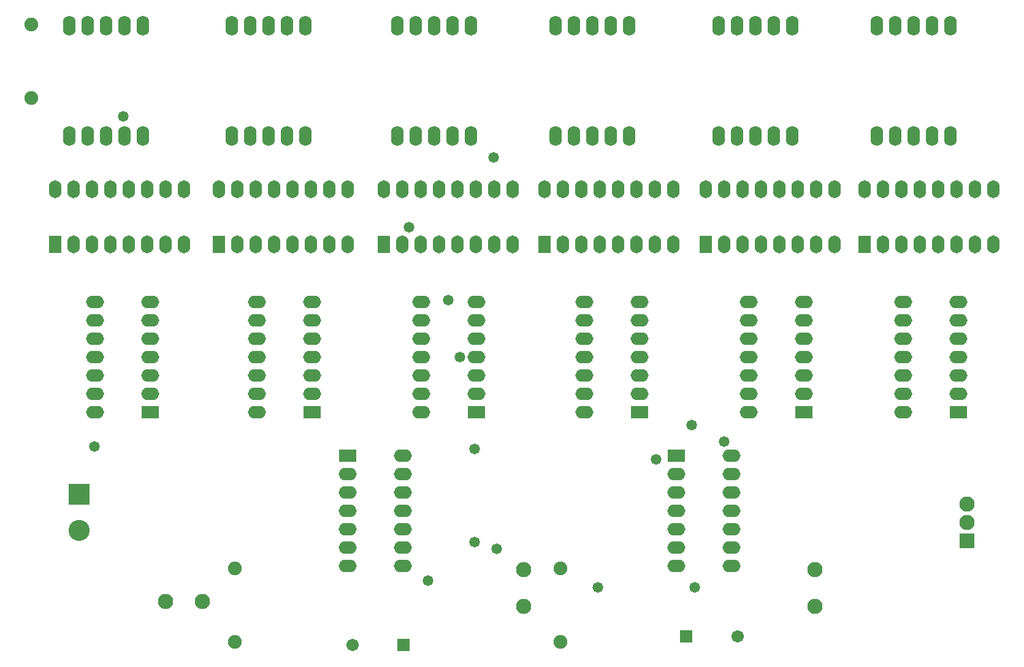
<source format=gts>
G04*
G04 #@! TF.GenerationSoftware,Altium Limited,Altium Designer,21.0.8 (223)*
G04*
G04 Layer_Color=8388736*
%FSTAX24Y24*%
%MOIN*%
G70*
G04*
G04 #@! TF.SameCoordinates,7D2A80BF-F15A-477C-97BA-D51E596D6298*
G04*
G04*
G04 #@! TF.FilePolarity,Negative*
G04*
G01*
G75*
%ADD17C,0.0671*%
%ADD18R,0.0671X0.0671*%
%ADD19R,0.0980X0.0680*%
%ADD20O,0.0980X0.0680*%
%ADD21O,0.0680X0.1080*%
%ADD22C,0.0750*%
%ADD23C,0.0830*%
%ADD24R,0.0830X0.0830*%
%ADD25R,0.0680X0.0980*%
%ADD26O,0.0680X0.0980*%
%ADD27R,0.1150X0.1150*%
%ADD28C,0.1150*%
%ADD29C,0.0580*%
D17*
X028552Y01305D02*
D03*
X049498Y0135D02*
D03*
D18*
X031348Y01305D02*
D03*
X046702Y0135D02*
D03*
D19*
X04615Y02335D02*
D03*
X0615Y0257D02*
D03*
X0283Y02335D02*
D03*
X0531Y0257D02*
D03*
X04415D02*
D03*
X0353D02*
D03*
X01755D02*
D03*
X02635D02*
D03*
D20*
X04615Y02235D02*
D03*
Y02135D02*
D03*
Y02035D02*
D03*
Y01935D02*
D03*
Y01835D02*
D03*
Y01735D02*
D03*
X04915Y02335D02*
D03*
Y02235D02*
D03*
Y02135D02*
D03*
Y02035D02*
D03*
Y01935D02*
D03*
Y01835D02*
D03*
Y01735D02*
D03*
X0585Y0317D02*
D03*
Y0307D02*
D03*
Y0297D02*
D03*
Y0287D02*
D03*
Y0277D02*
D03*
Y0267D02*
D03*
Y0257D02*
D03*
X0615Y0317D02*
D03*
Y0307D02*
D03*
Y0297D02*
D03*
Y0287D02*
D03*
Y0277D02*
D03*
Y0267D02*
D03*
X0313Y01735D02*
D03*
Y01835D02*
D03*
Y01935D02*
D03*
Y02035D02*
D03*
Y02135D02*
D03*
Y02235D02*
D03*
Y02335D02*
D03*
X0283Y01735D02*
D03*
Y01835D02*
D03*
Y01935D02*
D03*
Y02035D02*
D03*
Y02135D02*
D03*
Y02235D02*
D03*
X0501Y0317D02*
D03*
Y0307D02*
D03*
Y0297D02*
D03*
Y0287D02*
D03*
Y0277D02*
D03*
Y0267D02*
D03*
Y0257D02*
D03*
X0531Y0317D02*
D03*
Y0307D02*
D03*
Y0297D02*
D03*
Y0287D02*
D03*
Y0277D02*
D03*
Y0267D02*
D03*
X04115Y0317D02*
D03*
Y0307D02*
D03*
Y0297D02*
D03*
Y0287D02*
D03*
Y0277D02*
D03*
Y0267D02*
D03*
Y0257D02*
D03*
X04415Y0317D02*
D03*
Y0307D02*
D03*
Y0297D02*
D03*
Y0287D02*
D03*
Y0277D02*
D03*
Y0267D02*
D03*
X0323Y0317D02*
D03*
Y0307D02*
D03*
Y0297D02*
D03*
Y0287D02*
D03*
Y0277D02*
D03*
Y0267D02*
D03*
Y0257D02*
D03*
X0353Y0317D02*
D03*
Y0307D02*
D03*
Y0297D02*
D03*
Y0287D02*
D03*
Y0277D02*
D03*
Y0267D02*
D03*
X01455Y0317D02*
D03*
Y0307D02*
D03*
Y0297D02*
D03*
Y0287D02*
D03*
Y0277D02*
D03*
Y0267D02*
D03*
Y0257D02*
D03*
X01755Y0317D02*
D03*
Y0307D02*
D03*
Y0297D02*
D03*
Y0287D02*
D03*
Y0277D02*
D03*
Y0267D02*
D03*
X02335Y0317D02*
D03*
Y0307D02*
D03*
Y0297D02*
D03*
Y0287D02*
D03*
Y0277D02*
D03*
Y0267D02*
D03*
Y0257D02*
D03*
X02635Y0317D02*
D03*
Y0307D02*
D03*
Y0297D02*
D03*
Y0287D02*
D03*
Y0277D02*
D03*
Y0267D02*
D03*
D21*
X05045Y04075D02*
D03*
X05145D02*
D03*
X04945D02*
D03*
X04845D02*
D03*
X05145Y04675D02*
D03*
X04845D02*
D03*
X04945D02*
D03*
X05045D02*
D03*
X05245D02*
D03*
Y04075D02*
D03*
X01515D02*
D03*
X01615D02*
D03*
X01415D02*
D03*
X01315D02*
D03*
X01615Y04675D02*
D03*
X01315D02*
D03*
X01415D02*
D03*
X01515D02*
D03*
X01715D02*
D03*
Y04075D02*
D03*
X024D02*
D03*
X025D02*
D03*
X023D02*
D03*
X022D02*
D03*
X025Y04675D02*
D03*
X022D02*
D03*
X023D02*
D03*
X024D02*
D03*
X026D02*
D03*
Y04075D02*
D03*
X033D02*
D03*
X034D02*
D03*
X032D02*
D03*
X031D02*
D03*
X034Y04675D02*
D03*
X031D02*
D03*
X032D02*
D03*
X033D02*
D03*
X035D02*
D03*
Y04075D02*
D03*
X05905D02*
D03*
X06005D02*
D03*
X05805D02*
D03*
X05705D02*
D03*
X06005Y04675D02*
D03*
X05705D02*
D03*
X05805D02*
D03*
X05905D02*
D03*
X06105D02*
D03*
Y04075D02*
D03*
X0436D02*
D03*
Y04675D02*
D03*
X0416D02*
D03*
X0406D02*
D03*
X0396D02*
D03*
X0426D02*
D03*
X0396Y04075D02*
D03*
X0406D02*
D03*
X0426D02*
D03*
X0416D02*
D03*
D22*
X0111Y0468D02*
D03*
Y0428D02*
D03*
X02215Y0172D02*
D03*
Y0132D02*
D03*
X03985Y0172D02*
D03*
Y0132D02*
D03*
D23*
X06195Y0207D02*
D03*
Y0197D02*
D03*
X0184Y0154D02*
D03*
X0204D02*
D03*
X0537Y01516D02*
D03*
Y01716D02*
D03*
X03785Y01516D02*
D03*
Y01716D02*
D03*
D24*
X06195Y0187D02*
D03*
D25*
X0564Y034861D02*
D03*
X0124D02*
D03*
X0213D02*
D03*
X039D02*
D03*
X04775D02*
D03*
X03025D02*
D03*
D26*
X0574D02*
D03*
X0584D02*
D03*
X0594D02*
D03*
X0604D02*
D03*
X0614D02*
D03*
X0624D02*
D03*
X0634D02*
D03*
X0564Y037861D02*
D03*
X0574D02*
D03*
X0584D02*
D03*
X0594D02*
D03*
X0604D02*
D03*
X0614D02*
D03*
X0624D02*
D03*
X0634D02*
D03*
X0194D02*
D03*
X0184D02*
D03*
X0174D02*
D03*
X0164D02*
D03*
X0154D02*
D03*
X0144D02*
D03*
X0134D02*
D03*
X0124D02*
D03*
X0194Y034861D02*
D03*
X0184D02*
D03*
X0174D02*
D03*
X0164D02*
D03*
X0154D02*
D03*
X0144D02*
D03*
X0134D02*
D03*
X0223D02*
D03*
X0233D02*
D03*
X0243D02*
D03*
X0253D02*
D03*
X0263D02*
D03*
X0273D02*
D03*
X0283D02*
D03*
X0213Y037861D02*
D03*
X0223D02*
D03*
X0233D02*
D03*
X0243D02*
D03*
X0253D02*
D03*
X0263D02*
D03*
X0273D02*
D03*
X0283D02*
D03*
X04Y034861D02*
D03*
X041D02*
D03*
X042D02*
D03*
X043D02*
D03*
X044D02*
D03*
X045D02*
D03*
X046D02*
D03*
X039Y037861D02*
D03*
X04D02*
D03*
X041D02*
D03*
X042D02*
D03*
X043D02*
D03*
X044D02*
D03*
X045D02*
D03*
X046D02*
D03*
X04875Y034861D02*
D03*
X04975D02*
D03*
X05075D02*
D03*
X05175D02*
D03*
X05275D02*
D03*
X05375D02*
D03*
X05475D02*
D03*
X04775Y037861D02*
D03*
X04875D02*
D03*
X04975D02*
D03*
X05075D02*
D03*
X05175D02*
D03*
X05275D02*
D03*
X05375D02*
D03*
X05475D02*
D03*
X03125Y034861D02*
D03*
X03225D02*
D03*
X03325D02*
D03*
X03425D02*
D03*
X03525D02*
D03*
X03625D02*
D03*
X03725D02*
D03*
X03025Y037861D02*
D03*
X03125D02*
D03*
X03225D02*
D03*
X03325D02*
D03*
X03425D02*
D03*
X03525D02*
D03*
X03625D02*
D03*
X03725D02*
D03*
D27*
X0137Y02125D02*
D03*
D28*
Y01929D02*
D03*
D29*
X036411Y018298D02*
D03*
X03267Y01654D02*
D03*
X04876Y02413D02*
D03*
X047156Y016187D02*
D03*
X0419D02*
D03*
X03377Y03182D02*
D03*
X04506Y02316D02*
D03*
X01452Y02385D02*
D03*
X03164Y03578D02*
D03*
X0352Y0237D02*
D03*
Y01865D02*
D03*
X047Y02503D02*
D03*
X01611Y04181D02*
D03*
X03623Y03958D02*
D03*
X0344Y0287D02*
D03*
M02*

</source>
